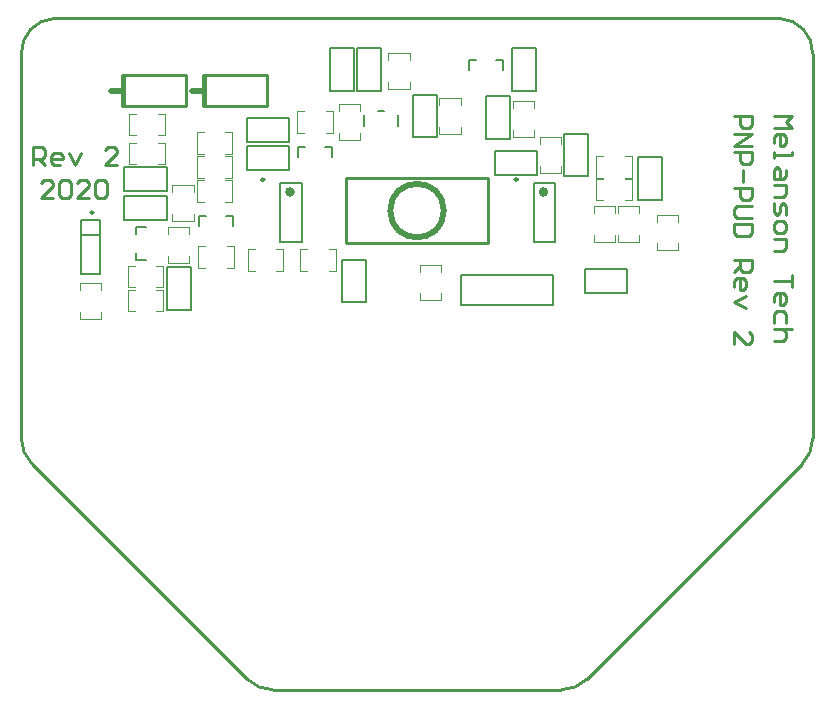
<source format=gto>
G04*
G04 #@! TF.GenerationSoftware,Altium Limited,CircuitStudio,1.5.2 (1.5.2.30)*
G04*
G04 Layer_Color=15065295*
%FSLAX44Y44*%
%MOMM*%
G71*
G01*
G75*
%ADD23C,0.2540*%
%ADD35C,0.2500*%
%ADD36C,0.4000*%
%ADD37C,0.5000*%
%ADD38C,0.1000*%
%ADD39C,0.2000*%
%ADD40C,0.2032*%
%ADD41C,0.1778*%
D23*
X313590Y734000D02*
Y760000D01*
X315840D01*
X313590Y734000D02*
X315840D01*
X555000Y618110D02*
Y673110D01*
X435000D02*
X555000D01*
X435000Y618110D02*
Y673110D01*
Y618110D02*
X555000D01*
X245010Y734000D02*
Y760000D01*
X247260D01*
X245010Y734000D02*
X247260D01*
X169500Y684200D02*
Y699435D01*
X177117D01*
X179657Y696896D01*
Y691817D01*
X177117Y689278D01*
X169500D01*
X174578D02*
X179657Y684200D01*
X192352D02*
X187274D01*
X184735Y686739D01*
Y691817D01*
X187274Y694357D01*
X192352D01*
X194892Y691817D01*
Y689278D01*
X184735D01*
X199970Y694357D02*
X205048Y684200D01*
X210127Y694357D01*
X240597Y684200D02*
X230440D01*
X240597Y694357D01*
Y696896D01*
X238058Y699435D01*
X232979D01*
X230440Y696896D01*
X186656Y656200D02*
X176500D01*
X186656Y666357D01*
Y668896D01*
X184117Y671435D01*
X179039D01*
X176500Y668896D01*
X191735D02*
X194274Y671435D01*
X199352D01*
X201891Y668896D01*
Y658739D01*
X199352Y656200D01*
X194274D01*
X191735Y658739D01*
Y668896D01*
X217127Y656200D02*
X206970D01*
X217127Y666357D01*
Y668896D01*
X214587Y671435D01*
X209509D01*
X206970Y668896D01*
X222205D02*
X224744Y671435D01*
X229823D01*
X232362Y668896D01*
Y658739D01*
X229823Y656200D01*
X224744D01*
X222205Y658739D01*
Y668896D01*
X797170Y725800D02*
X812405D01*
X807327Y720722D01*
X812405Y715643D01*
X797170D01*
Y702947D02*
Y708026D01*
X799709Y710565D01*
X804788D01*
X807327Y708026D01*
Y702947D01*
X804788Y700408D01*
X802248D01*
Y710565D01*
X797170Y695330D02*
Y690251D01*
Y692791D01*
X812405D01*
Y695330D01*
X807327Y680095D02*
Y675016D01*
X804788Y672477D01*
X797170D01*
Y680095D01*
X799709Y682634D01*
X802248Y680095D01*
Y672477D01*
X797170Y667399D02*
X807327D01*
Y659781D01*
X804788Y657242D01*
X797170D01*
Y652164D02*
Y644546D01*
X799709Y642007D01*
X802248Y644546D01*
Y649625D01*
X804788Y652164D01*
X807327Y649625D01*
Y642007D01*
X797170Y634390D02*
Y629311D01*
X799709Y626772D01*
X804788D01*
X807327Y629311D01*
Y634390D01*
X804788Y636929D01*
X799709D01*
X797170Y634390D01*
Y621694D02*
X807327D01*
Y614076D01*
X804788Y611537D01*
X797170D01*
X812405Y591224D02*
Y581067D01*
Y586145D01*
X797170D01*
Y568371D02*
Y573449D01*
X799709Y575989D01*
X804788D01*
X807327Y573449D01*
Y568371D01*
X804788Y565832D01*
X802248D01*
Y575989D01*
X807327Y550597D02*
Y558214D01*
X804788Y560753D01*
X799709D01*
X797170Y558214D01*
Y550597D01*
X812405Y545518D02*
X797170D01*
X804788D01*
X807327Y542979D01*
Y537901D01*
X804788Y535362D01*
X797170D01*
X763420Y725800D02*
X778655D01*
Y718183D01*
X776116Y715643D01*
X771038D01*
X768498Y718183D01*
Y725800D01*
X763420Y710565D02*
X778655D01*
X763420Y700408D01*
X778655D01*
X763420Y695330D02*
X778655D01*
Y687712D01*
X776116Y685173D01*
X771038D01*
X768498Y687712D01*
Y695330D01*
X771038Y680095D02*
Y669938D01*
X763420Y664860D02*
X778655D01*
Y657242D01*
X776116Y654703D01*
X771038D01*
X768498Y657242D01*
Y664860D01*
X778655Y649625D02*
X765959D01*
X763420Y647085D01*
Y642007D01*
X765959Y639468D01*
X778655D01*
Y634390D02*
X763420D01*
Y626772D01*
X765959Y624233D01*
X776116D01*
X778655Y626772D01*
Y634390D01*
X763420Y603919D02*
X778655D01*
Y596302D01*
X776116Y593763D01*
X771038D01*
X768498Y596302D01*
Y603919D01*
Y598841D02*
X763420Y593763D01*
Y581067D02*
Y586145D01*
X765959Y588684D01*
X771038D01*
X773577Y586145D01*
Y581067D01*
X771038Y578528D01*
X768498D01*
Y588684D01*
X773577Y573449D02*
X763420Y568371D01*
X773577Y563293D01*
X763420Y532822D02*
Y542979D01*
X773577Y532822D01*
X776116D01*
X778655Y535362D01*
Y540440D01*
X776116Y542979D01*
X160000Y452700D02*
G03*
X168980Y431020I30661J0D01*
G01*
X351020Y248980D02*
G03*
X372700Y240000I21680J21680D01*
G01*
X617300D02*
G03*
X638980Y248980I0J30661D01*
G01*
X821020Y431020D02*
G03*
X830000Y452700I-21680J21680D01*
G01*
Y778300D02*
G03*
X801580Y808300I-29210J790D01*
G01*
X188420D02*
G03*
X160000Y778300I790J-29210D01*
G01*
Y452700D02*
Y458300D01*
X168980Y431020D02*
X351020Y248980D01*
X372700Y240000D02*
X617300D01*
X638980Y248980D02*
X821020Y431020D01*
X830000Y452700D02*
Y458300D01*
X188420Y808300D02*
X801580D01*
X830000Y458300D02*
Y778300D01*
X160000Y458300D02*
Y778300D01*
D35*
X221090Y644000D02*
G03*
X221090Y644000I-1250J0D01*
G01*
X365570Y671890D02*
G03*
X365570Y671890I-1250J0D01*
G01*
X580200D02*
G03*
X580200Y671890I-1250J0D01*
G01*
X315840Y760000D02*
X367840D01*
Y734000D02*
Y760000D01*
X315840Y734000D02*
X367840D01*
X315840D02*
Y760000D01*
X367840D01*
Y734000D02*
Y760000D01*
X315840Y734000D02*
X367840D01*
X315840D02*
Y760000D01*
X247260D02*
X299260D01*
Y734000D02*
Y760000D01*
X247260Y734000D02*
X299260D01*
X247260D02*
Y760000D01*
X299260D01*
Y734000D02*
Y760000D01*
X247260Y734000D02*
X299260D01*
X247260D02*
Y760000D01*
D36*
X389320Y661340D02*
G03*
X389320Y661340I-2000J0D01*
G01*
X603950D02*
G03*
X603950Y661340I-2000J0D01*
G01*
D37*
X517639Y645610D02*
G03*
X517639Y645610I-22638J0D01*
G01*
X304840Y747000D02*
X312840D01*
X236260D02*
X244260D01*
D38*
X698000Y612250D02*
Y618250D01*
Y612250D02*
X716000D01*
Y618250D01*
X698000Y636250D02*
Y642250D01*
X716000D01*
Y636250D02*
Y642250D01*
X375730Y594700D02*
X381730D01*
Y612700D01*
X375730D02*
X381730D01*
X351730Y594700D02*
X357730D01*
X351730D02*
Y612700D01*
X357730D01*
X393640Y729540D02*
X399640D01*
X393640Y711540D02*
Y729540D01*
Y711540D02*
X399640D01*
X417640Y729540D02*
X423640D01*
Y711540D02*
Y729540D01*
X417640Y711540D02*
X423640D01*
X332550Y673440D02*
X338550D01*
Y691440D01*
X332550D02*
X338550D01*
X308550Y673440D02*
X314550D01*
X308550D02*
Y691440D01*
X314550D01*
X670840Y654384D02*
X676840D01*
Y672384D01*
X670840D02*
X676840D01*
X646840Y654384D02*
X652840D01*
X646840D02*
Y672384D01*
X652840D01*
X287880Y636960D02*
Y642960D01*
Y636960D02*
X305880D01*
Y642960D01*
X287880Y660960D02*
Y666960D01*
X305880D01*
Y660960D02*
Y666960D01*
X644750Y619180D02*
Y625180D01*
Y619180D02*
X662750D01*
Y625180D01*
X644750Y643180D02*
Y649180D01*
X662750D01*
Y643180D02*
Y649180D01*
X599030Y677600D02*
Y683600D01*
Y677600D02*
X617030D01*
Y683600D01*
X599030Y701600D02*
Y707600D01*
X617030D01*
Y701600D02*
Y707600D01*
X420180Y594700D02*
X426180D01*
Y612700D01*
X420180D02*
X426180D01*
X396180Y594700D02*
X402180D01*
X396180D02*
Y612700D01*
X402180D01*
X665070Y619180D02*
Y625180D01*
Y619180D02*
X683070D01*
Y625180D01*
X665070Y643180D02*
Y649180D01*
X683070D01*
Y643180D02*
Y649180D01*
X309820Y615240D02*
X315820D01*
X309820Y597240D02*
Y615240D01*
Y597240D02*
X315820D01*
X333820Y615240D02*
X339820D01*
Y597240D02*
Y615240D01*
X333820Y597240D02*
X339820D01*
X515430Y593650D02*
Y599650D01*
X497430D02*
X515430D01*
X497430Y593650D02*
Y599650D01*
X515430Y569650D02*
Y575650D01*
X497430Y569650D02*
X515430D01*
X497430D02*
Y575650D01*
X308550Y711760D02*
X314550D01*
X308550Y693760D02*
Y711760D01*
Y693760D02*
X314550D01*
X332550Y711760D02*
X338550D01*
Y693760D02*
Y711760D01*
X332550Y693760D02*
X338550D01*
X576170Y708080D02*
Y714080D01*
Y708080D02*
X594170D01*
Y714080D01*
X576170Y732080D02*
Y738080D01*
X594170D01*
Y732080D02*
Y738080D01*
X250130Y578410D02*
X256130D01*
X250130Y560410D02*
Y578410D01*
Y560410D02*
X256130D01*
X274130Y578410D02*
X280130D01*
Y560410D02*
Y578410D01*
X274130Y560410D02*
X280130D01*
X209840Y554000D02*
Y560000D01*
Y554000D02*
X227840D01*
Y560000D01*
X209840Y578000D02*
Y584000D01*
X227840D01*
Y578000D02*
Y584000D01*
X531940Y734620D02*
Y740620D01*
X513940D02*
X531940D01*
X513940Y734620D02*
Y740620D01*
X531940Y710620D02*
Y716620D01*
X513940Y710620D02*
X531940D01*
X513940D02*
Y716620D01*
X250130Y598730D02*
X256130D01*
X250130Y580730D02*
Y598730D01*
Y580730D02*
X256130D01*
X274130Y598730D02*
X280130D01*
Y580730D02*
Y598730D01*
X274130Y580730D02*
X280130D01*
X488760Y772720D02*
Y778720D01*
X470760D02*
X488760D01*
X470760Y772720D02*
Y778720D01*
X488760Y748720D02*
Y754720D01*
X470760Y748720D02*
X488760D01*
X470760D02*
Y754720D01*
X446850Y729540D02*
Y735540D01*
X428850D02*
X446850D01*
X428850Y729540D02*
Y735540D01*
X446850Y705540D02*
Y711540D01*
X428850Y705540D02*
X446850D01*
X428850D02*
Y711540D01*
X302070Y625400D02*
Y631400D01*
X284070D02*
X302070D01*
X284070Y625400D02*
Y631400D01*
X302070Y601400D02*
Y607400D01*
X284070Y601400D02*
X302070D01*
X284070D02*
Y607400D01*
X275400Y684870D02*
X281400D01*
Y702870D01*
X275400D02*
X281400D01*
X251400Y684870D02*
X257400D01*
X251400D02*
Y702870D01*
X257400D01*
X332550Y653120D02*
X338550D01*
Y671120D01*
X332550D02*
X338550D01*
X308550Y653120D02*
X314550D01*
X308550D02*
Y671120D01*
X314550D01*
X275400Y709300D02*
X281400D01*
Y727300D01*
X275400D02*
X281400D01*
X251400Y709300D02*
X257400D01*
X251400D02*
Y727300D01*
X257400D01*
X670840Y673452D02*
X676840D01*
Y691452D01*
X670840D02*
X676840D01*
X646840Y673452D02*
X652840D01*
X646840D02*
Y691452D01*
X652840D01*
D39*
X210840Y607200D02*
Y622800D01*
X226840Y607200D02*
Y622800D01*
Y638000D01*
X210840Y622800D02*
Y638000D01*
X226840D01*
Y592000D02*
Y607200D01*
X210840Y592000D02*
X226840D01*
X210840D02*
Y607200D01*
Y625000D02*
X226840D01*
X673054Y575760D02*
Y596080D01*
X636986Y575760D02*
Y596080D01*
Y575760D02*
X673054D01*
X636986Y596080D02*
X673054D01*
X350626Y704030D02*
Y724350D01*
X386694Y704030D02*
Y724350D01*
X350626D02*
X386694D01*
X350626Y704030D02*
X386694D01*
X350626Y679900D02*
Y700220D01*
X386694Y679900D02*
Y700220D01*
X350626D02*
X386694D01*
X350626Y679900D02*
X386694D01*
X560786Y676090D02*
Y696410D01*
X596854Y676090D02*
Y696410D01*
X560786D02*
X596854D01*
X560786Y676090D02*
X596854D01*
X619460Y674566D02*
X639780D01*
X619460Y710634D02*
X639780D01*
X619460Y674566D02*
Y710634D01*
X639780Y674566D02*
Y710634D01*
X575010Y783024D02*
X595330D01*
X575010Y746956D02*
X595330D01*
Y783024D01*
X575010Y746956D02*
Y783024D01*
X444200D02*
X464520D01*
X444200Y746956D02*
X464520D01*
Y783024D01*
X444200Y746956D02*
Y783024D01*
X553420Y742384D02*
X573740D01*
X553420Y706316D02*
X573740D01*
Y742384D01*
X553420Y706316D02*
Y742384D01*
X491190Y707586D02*
X511510D01*
X491190Y743654D02*
X511510D01*
X491190Y707586D02*
Y743654D01*
X511510Y707586D02*
Y743654D01*
X431500Y567886D02*
X451820D01*
X431500Y603954D02*
X451820D01*
X431500Y567886D02*
Y603954D01*
X451820Y567886D02*
Y603954D01*
X283164Y662120D02*
Y682440D01*
X247096Y662120D02*
Y682440D01*
Y662120D02*
X283164D01*
X247096Y682440D02*
X283164D01*
X282910Y597604D02*
X303230D01*
X282910Y561536D02*
X303230D01*
Y597604D01*
X282910Y561536D02*
Y597604D01*
X283164Y637990D02*
Y658310D01*
X247096Y637990D02*
Y658310D01*
Y637990D02*
X283164D01*
X247096Y658310D02*
X283164D01*
X379320Y619340D02*
Y669340D01*
X397320Y619340D02*
Y669340D01*
X379320D02*
X397320D01*
X379320Y619340D02*
X397320D01*
X593950D02*
Y669340D01*
X611950Y619340D02*
Y669340D01*
X593950D02*
X611950D01*
X593950Y619340D02*
X611950D01*
X681680Y690952D02*
X702000D01*
X681680Y654884D02*
X702000D01*
Y690952D01*
X681680Y654884D02*
Y690952D01*
X421680Y782986D02*
X442000D01*
X421680Y746918D02*
X442000D01*
Y782986D01*
X421680Y746918D02*
Y782986D01*
D40*
X422788Y691012D02*
Y699124D01*
X416692D02*
X422788D01*
X394564Y691012D02*
Y699124D01*
X400564D01*
X338968Y632592D02*
Y640704D01*
X332872D02*
X338968D01*
X310744Y632592D02*
Y640704D01*
X316744D01*
X257336Y631818D02*
X265448D01*
X257336Y625722D02*
Y631818D01*
Y603594D02*
X265448D01*
X257336D02*
Y609594D01*
X478744Y717515D02*
Y726105D01*
X450296Y717515D02*
Y726105D01*
X461835Y729915D02*
X467205D01*
X567568Y764672D02*
Y772784D01*
X561472D02*
X567568D01*
X539344Y764672D02*
Y772784D01*
X545344D01*
D41*
X609940Y565250D02*
Y590750D01*
X531940D02*
X609940D01*
X531940Y565250D02*
X609940D01*
X531940D02*
Y590750D01*
M02*

</source>
